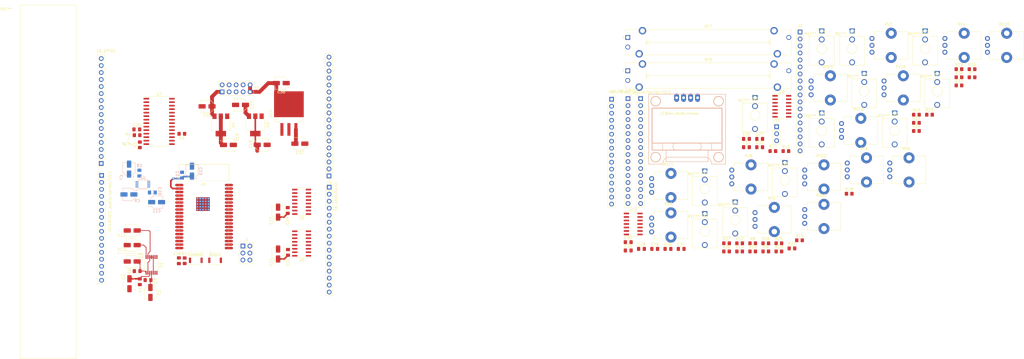
<source format=kicad_pcb>
(kicad_pcb (version 20211014) (generator pcbnew)
  (layers (0 "F.Cu" signal) (31 "B.Cu" signal) (34 "B.Paste" user) (35 "F.Paste" user) (36 "B.SilkS" user "B.Silkscreen") (37 "F.SilkS" user "F.Silkscreen") (38 "B.Mask" user) (39 "F.Mask" user) (44 "Edge.Cuts" user))
  (net 0 "")
  (net 1 "GNDREF")
  (net 2 "+3V3")
  (net 3 "+5V")
  (net 4 "Net-(C5-Pad1)")
  (net 5 "Net-(C9-Pad1)")
  (net 6 "Net-(C10-Pad1)")
  (net 7 "rightout")
  (net 8 "leftout")
  (net 9 "lrck")
  (net 10 "bck")
  (net 11 "din")
  (net 12 "dout")
  (net 13 "rightin")
  (net 14 "leftin")
  (net 15 "Net-(C12-Pad1)")
  (net 16 "Net-(C13-Pad1)")
  (net 17 "button1")
  (net 18 "button0")
  (net 19 "button2")
  (net 20 "sd_SCK")
  (net 21 "gateO")
  (net 22 "sd_SS")
  (net 24 "sd_MOSI")
  (net 25 "sd_MISO")
  (net 26 "spi_SS2")
  (net 27 "spi_SS")
  (net 28 "spi_CLK")
  (net 29 "spi_MISO")
  (net 30 "i2c_SDA")
  (net 31 "i2c_SCL")
  (net 32 "spi_MOSI")
  (net 33 "EN")
  (net 34 "BOOT")
  (net 35 "RX")
  (net 36 "TX")
  (net 37 "a0")
  (net 38 "a1")
  (net 39 "a2")
  (net 40 "a6")
  (net 41 "a7")
  (net 42 "a3")
  (net 43 "a4")
  (net 44 "a5")
  (net 45 "a7_")
  (net 46 "a6_")
  (net 47 "a5_")
  (net 48 "a4_")
  (net 49 "a3_")
  (net 50 "a2_")
  (net 51 "a1_")
  (net 52 "a0_")
  (net 53 "3.3vCB")
  (net 54 "gndCB")
  (net 55 "a7CB")
  (net 56 "a6CB")
  (net 57 "a5CB")
  (net 58 "a4CB")
  (net 59 "a3CB")
  (net 60 "a2CB")
  (net 61 "a1CB")
  (net 62 "a0CB")
  (net 71 "leftinCB")
  (net 72 "rightinCB")
  (net 73 "leftoutCB")
  (net 74 "rightoutCB")
  (net 75 "CBi2c_SCL")
  (net 76 "CBi2c_SDA")
  (net 77 "CB-12V")
  (net 78 "5vCB")
  (net 79 "a7_CB")
  (net 80 "a6_CB")
  (net 81 "a5_CB")
  (net 82 "a4_CB")
  (net 83 "a3_CB")
  (net 84 "a2_CB")
  (net 85 "a1_CB")
  (net 86 "a0_CB")
  (net 87 "Net-(R3-Pad2)")
  (net 88 "Net-(C26-Pad1)")
  (net 89 "Net-(C27-Pad1)")
  (net 90 "Net-(C28-Pad1)")
  (net 91 "Net-(C29-Pad1)")
  (net 92 "Net-(C31-Pad1)")
  (net 94 "Net-(C32-Pad1)")
  (net 96 "Net-(C33-Pad1)")
  (net 97 "Net-(C34-Pad1)")
  (net 98 "Net-(R7-Pad1)")
  (net 100 "Net-(R9-Pad1)")
  (net 102 "Net-(R11-Pad1)")
  (net 103 "Net-(R13-Pad1)")
  (net 104 "Net-(J22-PadT)")
  (net 105 "Net-(R19-Pad1)")
  (net 106 "Net-(R21-Pad1)")
  (net 107 "Net-(R23-Pad1)")
  (net 108 "Net-(R25-Pad1)")
  (net 109 "CB-5V")
  (net 110 "+12V")
  (net 111 "CB+12V")
  (net 116 "TXCB")
  (net 117 "RXCB")
  (net 118 "Net-(J19-PadT)")
  (net 119 "Net-(J20-PadT)")
  (net 120 "Net-(J21-PadT)")
  (net 121 "Net-(J23-PadT)")
  (net 122 "Net-(J24-PadT)")
  (net 123 "Net-(J25-PadT)")
  (net 124 "Net-(J26-PadT)")
  (net 125 "-12V")
  (net 126 "-5V")
  (net 127 "gpb7")
  (net 128 "gpb6")
  (net 129 "gpb5")
  (net 130 "gpb4")
  (net 131 "gpb3")
  (net 132 "gpb2")
  (net 133 "gpb1")
  (net 134 "gpb0")
  (net 135 "Net-(16_GPIO1-Pad9)")
  (net 136 "Net-(16_GPIO1-Pad10)")
  (net 137 "Net-(16_GPIO1-Pad11)")
  (net 138 "Net-(16_GPIO1-Pad12)")
  (net 139 "Net-(16_GPIO1-Pad13)")
  (net 140 "Net-(16_GPIO1-Pad14)")
  (net 141 "Net-(16_GPIO1-Pad15)")
  (net 142 "Net-(16_GPIO1-Pad16)")
  (net 143 "CBgpb7")
  (net 144 "CBgpb6")
  (net 145 "CBgpb5")
  (net 146 "CBgpb4")
  (net 147 "CBgpb3")
  (net 148 "CBgpb2")
  (net 149 "CBgpb1")
  (net 150 "CBgpb0")
  (net 151 "CBgpa0")
  (net 152 "CBgpa1")
  (net 153 "CBgpa2")
  (net 154 "CBgpa3")
  (net 155 "CBgpa4")
  (net 156 "CBgpa5")
  (net 157 "CBgpa6")
  (net 158 "CBgpa7")
  (net 159 "CB-5v")
  (footprint "Connector_PinHeader_2.54mm:PinHeader_1x03_P2.54mm_Vertical" (layer "F.Cu") (at 376.465 58.835)
    (fp_text reference "J11")
    (fp_text value "Conn_01x03_Female")
  )
  (footprint "Resistor_SMD:R_0805_2012Metric_Pad1.20x1.40mm_HandSolder" (layer "F.Cu") (at 144.175 61.9)
    (fp_text reference "R4")
    (fp_text value "4.7k" hide)
  )
  (footprint "Capacitor_SMD:CP_Elec_4x5.3" (layer "F.Cu") (at 189.613 65.413)
    (fp_text reference "C18")
    (fp_text value "CP1")
  )
  (footprint "Capacitor_SMD:C_0805_2012Metric_Pad1.18x1.45mm_HandSolder" (layer "F.Cu") (at 370.305 63.255)
    (fp_text reference "C27")
    (fp_text value "10n")
  )
  (footprint "Capacitor_SMD:C_0805_2012Metric_Pad1.18x1.45mm_HandSolder" (layer "F.Cu") (at 370.305 66.265)
    (fp_text reference "C32")
    (fp_text value "10n")
  )
  (footprint "Capacitor_SMD:CP_Elec_4x5.3" (layer "F.Cu") (at 203.2875 64.9875 180)
    (fp_text reference "C37")
    (fp_text value "CP1")
  )
  (footprint "Resistor_SMD:R_0805_2012Metric_Pad1.20x1.40mm_HandSolder" (layer "F.Cu") (at 442.685 40.875)
    (fp_text reference "R30")
    (fp_text value "100k")
  )
  (footprint "Resistor_SMD:R_0805_2012Metric_Pad1.20x1.40mm_HandSolder" (layer "F.Cu") (at 161.45 107.505 -90)
    (fp_text reference "R1")
    (fp_text value "10k")
  )
  (footprint "Capacitor_SMD:C_0805_2012Metric_Pad1.18x1.45mm_HandSolder" (layer "F.Cu") (at 144.075 59.8)
    (fp_text reference "C25")
    (fp_text value "C")
  )
  (footprint "Capacitor_SMD:C_0805_2012Metric_Pad1.18x1.45mm_HandSolder" (layer "F.Cu") (at 144.19375 111.275 180)
    (fp_text reference "C6")
    (fp_text value "0.1u" hide)
  )
  (footprint "Resistor_SMD:R_0805_2012Metric_Pad1.20x1.40mm_HandSolder" (layer "F.Cu") (at 384.775 100.075)
    (fp_text reference "R15")
    (fp_text value "100k")
  )
  (footprint "Capacitor_SMD:CP_Elec_4x5.3" (layer "F.Cu") (at 195.379999 105.062501 90)
    (fp_text reference "C21")
    (fp_text value "CP1")
  )
  (footprint "Resistor_SMD:R_0805_2012Metric_Pad1.20x1.40mm_HandSolder" (layer "F.Cu") (at 442.685 43.825)
    (fp_text reference "R23")
    (fp_text value "150k")
  )
  (footprint "Potentiometer_THT:Potentiometer_Alps_RK09K_Single_Vertical" (layer "F.Cu") (at 453.035 31.775)
    (fp_text reference "RV10")
    (fp_text value "10k")
  )
  (footprint "HLCNFOOT:AudioJack_3.5mm" (layer "F.Cu") (at 379.465 71.845)
    (fp_text reference "J18")
    (fp_text value "AudioJack3")
  )
  (footprint "HLCNFOOT:AudioJack_3.5mm" (layer "F.Cu") (at 403.885 24.045)
    (fp_text reference "J22")
    (fp_text value "AudioJack3")
  )
  (footprint "Connector_PinHeader_2.54mm:PinHeader_1x16_P2.54mm_Vertical" (layer "F.Cu") (at 327.075 48.625)
    (fp_text reference "INTERFACE_audio/serial/i2c2")
    (fp_text value "Conn_01x16_Female")
  )
  (footprint "Resistor_SMD:R_0805_2012Metric_Pad1.20x1.40mm_HandSolder" (layer "F.Cu") (at 402.815 83.175)
    (fp_text reference "R28")
    (fp_text value "100k")
  )
  (footprint "Resistor_SMD:R_0805_2012Metric_Pad1.20x1.40mm_HandSolder" (layer "F.Cu") (at 427.235 54.475)
    (fp_text reference "R10")
    (fp_text value "150k")
  )
  (footprint "Capacitor_SMD:C_0805_2012Metric_Pad1.18x1.45mm_HandSolder" (layer "F.Cu") (at 198.889999 89.250001 90)
    (fp_text reference "C24")
    (fp_text value "C" hide)
  )
  (footprint "Capacitor_SMD:CP_Elec_4x5.3" (layer "F.Cu") (at 142.39375 101.825 180)
    (fp_text reference "C13")
    (fp_text value "1u")
  )
  (footprint "Potentiometer_THT:Potentiometer_Alps_RK09K_Single_Vertical" (layer "F.Cu") (at 415.485 47.225)
    (fp_text reference "RV16")
    (fp_text value "10k")
  )
  (footprint "HLCNFOOT:AudioJack_3.5mm" (layer "F.Cu") (at 392.835 53.845)
    (fp_text reference "J26")
    (fp_text value "AudioJack3")
  )
  (footprint "Potentiometer_THT:Potentiometer_Alps_RK09K_Single_Vertical" (layer "F.Cu") (at 360.165 79.575)
    (fp_text reference "RV8")
    (fp_text value "R_Potentiometer")
  )
  (footprint "Resistor_SMD:R_0805_2012Metric_Pad1.20x1.40mm_HandSolder" (layer "F.Cu") (at 431.985 54.475)
    (fp_text reference "R21")
    (fp_text value "150k")
  )
  (footprint "Potentiometer_THT:Potentiometer_Alps_RK09K_Single_Vertical" (layer "F.Cu") (at 400.035 62.675)
    (fp_text reference "RV13")
    (fp_text value "10k")
  )
  (footprint "Package_TO_SOT_SMD:TO-263-3_TabPin2" (layer "F.Cu") (at 199.3125 54.0375 90)
    (fp_text reference "U11")
    (fp_text value "L7905")
  )
  (footprint "Potentiometer_THT:Potentiometer_Alps_RK09K_Single_Vertical" (layer "F.Cu") (at 411.085 31.775)
    (fp_text reference "RV2")
    (fp_text value "R_Potentiometer")
  )
  (footprint "Potentiometer_THT:Potentiometer_Alps_RK09K_Single_Vertical" (layer "F.Cu") (at 331.075 82.675)
    (fp_text reference "RV14")
    (fp_text value "10k")
  )
  (footprint "Package_TO_SOT_SMD:SOT-223-3_TabPin2" (layer "F.Cu") (at 174.5875 58.188 -90)
    (fp_text reference "U4")
    (fp_text value "LM1117-5.0")
  )
  (footprint "Connector_PinHeader_2.54mm:PinHeader_1x16_P2.54mm_Vertical" (layer "F.Cu") (at 131.275 76.5)
    (fp_text reference "INTERFACE_audio/serial/i2c1")
    (fp_text value "Conn_01x16_Female" hide)
  )
  (footprint "HLCNFOOT:AudioJack_3.5mm" (layer "F.Cu") (at 419.335 53.845)
    (fp_text reference "J10")
    (fp_text value "AudioJack3")
  )
  (footprint "HLCNFOOT:AudioJack_3.5mm" (layer "F.Cu") (at 350.375 90.395)
    (fp_text reference "J25")
    (fp_text value "AudioJack3")
  )
  (footprint "Resistor_SMD:R_0805_2012Metric_Pad1.20x1.40mm_HandSolder" (layer "F.Cu") (at 427.235 60.375)
    (fp_text reference "R24")
    (fp_text value "150k")
  )
  (footprint "Potentiometer_THT:Potentiometer_Alps_RK09K_Single_Vertical" (layer "F.Cu") (at 386.665 93.925)
    (fp_text reference "RV11")
    (fp_text value "10k")
  )
  (footprint "Capacitor_SMD:CP_Elec_4x5.3" (layer "F.Cu") (at 142.39375 107.775 180)
    (fp_text reference "C5")
    (fp_text value "10u" hide)
  )
  (footprint "Button_Switch_SMD:SW_Push_SPST_NO_Alps_SKRK" (layer "F.Cu") (at 165.5 107.355)
    (fp_text reference "Enable1")
    (fp_text value "SW_Push" hide)
  )
  (footprint "Package_SO:SOIC-16_3.9x9.9mm_P1.27mm" (layer "F.Cu") (at 203.929999 86.100001 180)
    (fp_text reference "U5")
    (fp_text value "MCP3208")
  )
  (footprint "HLCNFOOT:SSD1306" (layer "F.Cu") (at 343.946 57.825)
    (fp_text reference "J16")
    (fp_text value "Conn_01x04_Female")
  )
  (footprint "HLCNFOOT:AudioJack_3.5mm" (layer "F.Cu") (at 430.385 24.045)
    (fp_text reference "J12")
    (fp_text value "AudioJack3")
  )
  (footprint "Capacitor_SMD:C_0805_2012Metric_Pad1.18x1.45mm_HandSolder" (layer "F.Cu") (at 145.15625 115.125 -90)
    (fp_text reference "C4")
    (fp_text value "0.1u" hide)
  )
  (footprint "Potentiometer_THT:Potentiometer_Alps_RK09K_Single_Vertical" (layer "F.Cu") (at 437.585 31.775)
    (fp_text reference "RV4")
    (fp_text value "R_Potentiometer")
  )
  (footprint "Connector_PinSocket_2.54mm:PinSocket_1x16_P2.54mm_Vertical" (layer "F.Cu") (at 131.15 72.175 180)
    (fp_text reference "16_GPIO1")
    (fp_text value "Conn_01x16_Female" hide)
  )
  (footprint "Capacitor_SMD:C_0805_2012Metric_Pad1.18x1.45mm_HandSolder" (layer "F.Cu") (at 365.495 66.265)
    (fp_text reference "C34")
    (fp_text value "10n")
  )
  (footprint "Resistor_SMD:R_0805_2012Metric_Pad1.20x1.40mm_HandSolder" (layer "F.Cu") (at 363.025 101.175)
    (fp_text reference "R12")
    (fp_text value "150k")
  )
  (footprint "Capacitor_SMD:CP_Elec_4x5.3" (layer "F.Cu") (at 149.00625 119.025 -90)
    (fp_text reference "C1")
    (fp_text value "10u" hide)
  )
  (footprint "Capacitor_SMD:C_0805_2012Metric_Pad1.18x1.45mm_HandSolder" (layer "F.Cu") (at 336.985 103.205)
    (fp_text reference "C26")
    (fp_text value "10n")
  )
  (footprint "Connector_PinSocket_2.54mm:PinSocket_1x16_P2.54mm_Vertical" (layer "F.Cu") (at 322.475 48.625)
    (fp_text reference "16_GPIO2")
    (fp_text value "Conn_01x16_Female")
  )
  (footprint "HLCNFOOT:4hpPanel" (layer "F.Cu") (at 101.725 14.65)
    (fp_text reference "REF**")
    (fp_text value "4hpPanel")
  )
  (footprint "Connector_PinHeader_2.54mm:PinHeader_2x03_P2.54mm_Vertical" (layer "F.Cu") (at 182.6 102.175)
    (fp_text reference "J1")
    (fp_text value "Conn_02x03_Odd_Even")
  )
  (footprint "Resistor_SMD:R_0805_2012Metric_Pad1.20x1.40mm_HandSolder" (layer "F.Cu") (at 367.775 101.175)
    (fp_text reference "R8")
    (fp_text value "150k")
  )
  (footprint "Resistor_SMD:R_0805_2012Metric_Pad1.20x1.40mm_HandSolder" (layer "F.Cu") (at 160.425 61.4 180)
    (fp_text reference "R3")
    (fp_text value "10k")
  )
  (footprint "Connector_PinHeader_2.54mm:PinHeader_2x05_P2.54mm_Vertical" (layer "F.Cu") (at 175.063 46.163 90)
    (fp_text reference "J3")
    (fp_text value "Conn_02x05_Odd_Even" hide)
  )
  (footprint "HLCNFOOT:AudioJack_3.5mm" (layer "F.Cu") (at 392.835 24.045)
    (fp_text reference "J23")
    (fp_text value "AudioJack3")
  )
  (footprint "Capacitor_SMD:C_0805_2012Metric_Pad1.18x1.45mm_HandSolder" (layer "F.Cu") (at 159.35 107.505 -90)
    (fp_text reference "C20")
    (fp_text value "0.1u")
  )
  (footprint "Resistor_SMD:R_0805_2012Metric_Pad1.20x1.40mm_HandSolder" (layer "F.Cu") (at 377.275 104.125)
    (fp_text reference "R18")
    (fp_text value "100k")
  )
  (footprint "Resistor_SMD:R_0805_2012Metric_Pad1.20x1.40mm_HandSolder" (layer "F.Cu") (at 375.085 67.685)
    (fp_text reference "R17")
    (fp_text value "100k")
  )
  (footprint "Resistor_SMD:R_0805_2012Metric_Pad1.20x1.40mm_HandSolder" (layer "F.Cu") (at 372.525 101.175)
    (fp_text reference "R26")
    (fp_text value "150k")
  )
  (footprint "Resistor_SMD:R_0805_2012Metric_Pad1.20x1.40mm_HandSolder" (layer "F.Cu") (at 442.685 37.925)
    (fp_text reference "R29")
    (fp_text value "100k")
  )
  (footprint "Capacitor_SMD:CP_Elec_4x5.3" (layer "F.Cu") (at 177.3375 65.438)
    (fp_text reference "C19")
    (fp_text value "CP1")
  )
  (footprint "Capacitor_SMD:CP_Elec_4x5.3" (layer "F.Cu") (at 195.379999 89.852001 90)
    (fp_text reference "C23")
    (fp_text value "CP1" hide)
  )
  (footprint "Capacitor_SMD:CP_Elec_4x5.3" (layer "F.Cu") (at 181.7375 50.9005 180)
    (fp_text reference "C17")
    (fp_text value "CP1")
  )
  (footprint "Potentiometer_THT:Potentiometer_Alps_RK09K_Single_Vertical" (layer "F.Cu") (at 331.075 97.025)
    (fp_text reference "RV3")
    (fp_text value "R_Potentiometer")
  )
  (footprint "Potentiometer_THT:Potentiometer_Alps_RK09K_Single_Vertical" (layer "F.Cu") (at 417.565 77.025)
    (fp_text reference "RV6")
    (fp_text value "R_Potentiometer")
  )
  (footprint "Capacitor_SMD:C_0805_2012Metric_Pad1.18x1.45mm_HandSolder" (layer "F.Cu") (at 322.555 103.775)
    (fp_text reference "C33")
    (fp_text value "10n")
  )
  (footprint "Potentiometer_THT:Potentiometer_Alps_RK09K_Single_Vertical" (layer "F.Cu") (at 368.625 95.025)
    (fp_text reference "RV1")
    (fp_text value "R_Potentiometer")
  )
  (footprint "Resistor_SMD:R_0805_2012Metric_Pad1.20x1.40mm_HandSolder" (layer "F.Cu") (at 145.175 65.4 90)
    (fp_text reference "R2")
    (fp_text value "4.7k" hide)
  )
  (footprint "Capacitor_SMD:C_0805_2012Metric_Pad1.18x1.45mm_HandSolder" (layer "F.Cu") (at 332.175 103.205)
    (fp_text reference "C29")
    (fp_text value "10n")
  )
  (footprint "Connector_PinHeader_2.54mm:PinHeader_1x18_P2.54mm_Vertical" (layer "F.Cu") (at 384.985 24.425)
    (fp_text reference "J2")
    (fp_text value "Conn_01x18_Female")
  )
  (footprint "HLCNFOOT:AudioJack_3.5mm" (layer "F.Cu") (at 350.375 74.945)
    (fp_text reference "J21")
    (fp_text value "AudioJack3")
  )
  (footprint "Resistor_SMD:R_0805_2012Metric_Pad1.20x1.40mm_HandSolder" (layer "F.Cu") (at 379.835 67.685)
    (fp_text reference "R11")
    (fp_text value "150k")
  )
  (footprint "Package_SO:TSSOP-14_4.4x5mm_P0.65mm" (layer "F.Cu") (at 149.40625 109.025 90)
    (fp_text reference "U1")
    (fp_text value "PCM1808PWR" hide)
  )
  (footprint "Connector_PinHeader_2.54mm:PinHeader_1x18_P2.54mm_Vertical" (layer "F.Cu") (at 213.875 76.7 180)
    (fp_text reference "J4")
    (fp_text value "Conn_01x18_Female" hide)
  )
  (footprint "Capacitor_SMD:C_0805_2012Metric_Pad1.18x1.45mm_HandSolder" (layer "F.Cu") (at 365.495 63.255)
    (fp_text reference "C30")
    (fp_text value "C")
  )
  (footprint "Button_Switch_SMD:SW_Push_SPST_NO_Alps_SKRK" (layer "F.Cu") (at 172.5 107.355)
    (fp_text reference "Boot1")
    (fp_text value "SW_Push" hide)
  )
  (footprint "Resistor_SMD:R_0805_2012Metric_Pad1.20x1.40mm_HandSolder" (layer "F.Cu") (at 358.275 101.175)
    (fp_text reference "R27")
    (fp_text value "100k")
  )
  (footprint "HLCNFOOT:ESP32-WROVER" (layer "F.Cu") (at 168.5 79.105)
    (fp_text reference "A1")
    (fp_text value "ESP32-WROVER-I" hide)
  )
  (footprint "Resistor_SMD:R_0805_2012Metric_Pad1.20x1.40mm_HandSolder" (layer "F.Cu") (at 358.275 104.125)
    (fp_text reference "R20")
    (fp_text value "150k")
  )
  (footprint "HLCNFOOT:AudioJack_3.5mm" (layer "F.Cu") (at 361.425 86.195)
    (fp_text reference "J24")
    (fp_text value "AudioJack3")
  )
  (footprint "Resistor_SMD:R_0805_2012Metric_Pad1.20x1.40mm_HandSolder" (layer "F.Cu") (at 377.275 101.175)
    (fp_text reference "R25")
    (fp_text value "150k")
  )
  (footprint "Package_SO:SOIC-16_3.9x9.9mm_P1.27mm" (layer "F.Cu") (at 203.929999 101.250001 180)
    (fp_text reference "U6")
    (fp_text value "MCP3208")
  )
  (footprint "Capacitor_SMD:CP_Elec_4x5.3" (layer "F.Cu") (at 169.5875 51.438 180)
    (fp_text reference "C16")
    (fp_text value "CP1")
  )
  (footprint "Capacitor_SMD:C_0805_2012Metric_Pad1.18x1.45mm_HandSolder" (layer "F.Cu") (at 322.555 100.765)
    (fp_text reference "C35")
    (fp_text value "C")
  )
  (footprint "Capacitor_SMD:C_0805_2012Metric_Pad1.18x1.45mm_HandSolder" (layer "F.Cu") (at 327.365 103.205)
    (fp_text reference "C28")
    (fp_text value "10n")
  )
  (footprint "Package_SO:SOIC-28W_7.5x17.9mm_P1.27mm" (layer "F.Cu") (at 152.175 56.9)
    (fp_text reference "U7")
    (fp_text value "MCP23017_SP")
  )
  (footprint "Potentiometer_THT:Potentiometer_Alps_RK09K_Single_Vertical" (layer "F.Cu") (at 386.665 79.575)
    (fp_text reference "RV12")
    (fp_text value "10k")
  )
  (footprint "Resistor_SMD:R_0805_2012Metric_Pad1.20x1.40mm_HandSolder" (layer "F.Cu") (at 447.435 40.875)
    (fp_text reference "R7")
    (fp_text value "150k")
  )
  (footprint "Potentiometer_THT:Potentiometer_Bourns_PTA4543_Single_Slide" (layer "F.Cu") (at 322.385 38.5)
    (fp_text reference "RV5")
    (fp_text value "R_Potentiometer")
  )
  (footprint "Capacitor_SMD:C_0805_2012Metric_Pad1.18x1.45mm_HandSolder" (layer "F.Cu") (at 341.795 103.205)
    (fp_text reference "C31")
    (fp_text value "10n")
  )
  (footprint "Capacitor_SMD:CP_Elec_4x5.3" (layer "F.Cu") (at 141.40625 115.8625 -90)
    (fp_text reference "C2")
    (fp_text value "10u" hide)
  )
  (footprint "Potentiometer_THT:Potentiometer_Alps_RK09K_Single_Vertical" (layer "F.Cu") (at 402.115 77.025)
    (fp_text reference "RV9")
    (fp_text value "10k")
  )
  (footprint "Capacitor_SMD:C_0805_2012Metric_Pad1.18x1.45mm_HandSolder" (layer "F.Cu") (at 148.14375 114.525 180)
    (fp_text reference "C3")
    (fp_text value "0.1u" hide)
  )
  (footprint "Potentiometer_THT:Potentiometer_Alps_RK09K_Single_Vertical" (layer "F.Cu") (at 388.985 47.225)
    (fp_text reference "RV15")
    (fp_text value "10k")
  )
  (footprint "Capacitor_SMD:CP_Elec_4x5.3" (layer "F.Cu") (at 196.5375 42.9875 180)
    (fp_text reference "C36")
    (fp_text value "CP1")
  )
  (footprint "Package_SO:SOIC-14_3.9x8.7mm_P1.27mm" (layer "F.Cu") (at 378.365 51.405)
    (fp_text reference "U8")
    (fp_text value "MCP6004")
  )
  (footprint "Package_TO_SOT_SMD:SOT-223-3_TabPin2" (layer "F.Cu") (at 187.113 58.163 -90)
    (fp_text reference "U3")
    (fp_text value "LM1117-3.3")
  )
  (footprint "Resistor_SMD:R_0805_2012Metric_Pad1.20x1.40mm_HandSolder" (layer "F.Cu") (at 427.235 57.425)
    (fp_text reference "R13")
    (fp_text value "150k")
  )
  (footprint "Connector_PinSocket_2.54mm:PinSocket_1x16_P2.54mm_Vertical" (layer "F.Cu") (at 316.525 48.85)
    (fp_text reference "J15")
    (fp_text value "to ADC")
  )
  (footprint "Resistor_SMD:R_0805_2012Metric_Pad1.20x1.40mm_HandSolder" (layer "F.Cu") (at 382.025 103.025)
    (fp_text reference "R22")
    (fp_text value "150k")
  )
  (footprint "Resistor_SMD:R_0805_2012Metric_Pad1.20x1.40mm_HandSolder" (layer "F.Cu") (at 447.435 37.925)
    (fp_text reference "R16")
    (fp_text value "100k")
  )
  (footprint "Resistor_SMD:R_0805_2012Metric_Pad1.20x1.40mm_HandSolder" (layer "F.Cu") (at 367.775 104.125)
    (fp_text reference "R19")
    (fp_text value "150k")
  )
  (footprint "HLCNFOOT:AudioJack_3.5mm" (layer "F.Cu") (at 368.615 48.245)
    (fp_text reference "J20")
    (fp_text value "AudioJack3")
  )
  (footprint "Capacitor_SMD:C_0805_2012Metric_Pad1.18x1.45mm_HandSolder" (layer "F.Cu") (at 198.979999 104.462501 90)
    (fp_text reference "C22")
    (fp_text value "C")
  )
  (footprint "Resistor_SMD:R_0805_2012Metric_Pad1.20x1.40mm_HandSolder" (layer "F.Cu") (at 372.525 104.125)
    (fp_text reference "R9")
    (fp_text value "150k")
  )
  (footprint "Package_SO:SOIC-14_3.9x8.7mm_P1.27mm" (layer "F.Cu") (at 324.375 94.155)
    (fp_text reference "U10")
    (fp_text value "MCP6004")
  )
  (footprint "Potentiometer_THT:Potentiometer_Bourns_PTA4543_Single_Slide" (layer "F.Cu") (at 322.385 26.4)
    (fp_text reference "RV7")
    (fp_text value "R_Potentiometer")
  )
  (footprint "HLCNFOOT:AudioJack_3.5mm" (layer "F.Cu") (at 408.285 39.495)
    (fp_text reference "J13")
    (fp_text value "AudioJack3")
  )
  (footprint "Resistor_SMD:R_0805_2012Metric_Pad1.20x1.40mm_HandSolder" (layer "F.Cu") (at 363.025 104.125)
    (fp_text reference "R14")
    (fp_text value "150k")
  )
  (footprint "Connector_PinSocket_2.54mm:PinSocket_1x16_P2.54mm_Vertical" (layer "F.Cu") (at 213.95 80.8)
    (fp_text reference "16_ANALOGIN1")
    (fp_text value "Conn_01x16_Female" hide)
  )
  (footprint "Capacitor_SMD:CP_Elec_4x5.3" (layer "F.Cu") (at 142.39375 96.525 180)
    (fp_text reference "C12")
    (fp_text value "1u")
  )
  (footprint "HLCNFOOT:AudioJack_3.5mm" (layer "F.Cu") (at 434.785 39.495)
    (fp_text reference "J19")
    (fp_text value "AudioJack3")
  )
  (footprint "Capacitor_SMD:CP_Elec_4x5.3" (layer "B.Cu") (at 141.255 74.22 90)
    (fp_text reference "C7")
    (fp_text value "10u")
  )
  (footprint "Capacitor_SMD:CP_Elec_4x5.3" (layer "B.Cu") (at 141.205 83.4325 180)
    (fp_text reference "C9")
    (fp_text value "10u")
  )
  (footprint "Capacitor_SMD:C_0805_2012Metric_Pad1.18x1.45mm_HandSolder" (layer "B.Cu") (at 145.005 75.6825 90)
    (fp_text reference "C8")
    (fp_text value "0.1u")
  )
  (footprint "Capacitor_SMD:C_0805_2012Metric_Pad1.18x1.45mm_HandSolder" (layer "B.Cu") (at 160.5 76.405 -90)
    (fp_text reference "C14")
    (fp_text value "C" hide)
  )
  (footprint "Package_SO:TSSOP-10_3x3mm_P0.5mm" (layer "B.Cu") (at 146.255 79.77 180)
    (fp_text reference "U2")
    (fp_text value "CS4344-CZZ" hide)
  )
  (footprint "Capacitor_SMD:CP_Elec_4x5.3" (layer "B.Cu") (at 151.255 86.22)
    (fp_text reference "C11")
    (fp_text value "10u")
  )
  (footprint "Capacitor_SMD:C_0805_2012Metric_Pad1.18x1.45mm_HandSolder" (layer "B.Cu") (at 149.7175 82.72)
    (fp_text reference "C10")
    (fp_text value "0.1u")
  )
  (footprint "Capacitor_SMD:CP_Elec_4x5.3" (layer "B.Cu") (at 164.1 74.955 90)
    (fp_text reference "C15")
    (fp_text value "CP1" hide)
  )
  (gr_line (start 142.475 65.45) (end 142.675 65.3) (layer "F.SilkS") (width 0.12))
  (gr_line (start 140.9 63.075) (end 141.1 63.275) (layer "F.SilkS") (width 0.12))
  (gr_line (start 142.675 65.3) (end 142.475 65.45) (layer "F.SilkS") (width 0.12))
  (gr_line (start 142.075 65.3) (end 142.675 65.3) (layer "F.SilkS") (width 0.12))
  (gr_line (start 136.85625 104.825) (end 146.25625 104.825) (layer "F.SilkS") (width 0.12))
  (gr_line (start 140.9 63.075) (end 140.7 63.275) (layer "F.SilkS") (width 0.12))
  (gr_line (start 140.9 63.575) (end 140.9 63.075) (layer "F.SilkS") (width 0.12))
  (gr_line (start 142.675 65.3) (end 142.475 65.1) (layer "F.SilkS") (width 0.12))
  (gr_line (start 146.25625 104.825) (end 146.25625 107.625) (layer "F.SilkS") (width 0.12))
  (gr_text "4.7k" (at 140.325 64.95 180) (layer "F.SilkS") (effects (font (size 1 1) (thickness 0.25))))
  (segment (start 150.05625 111.8875) (end 150.05625 106.1625) (width 0.25) (layer "F.Cu") (net 1))
  (segment (start 148.10625 108.15) (end 148.75625 107.5) (width 0.25) (layer "F.Cu") (net 1))
  (segment (start 148.75625 106.1625) (end 149.40625 106.1625) (width 0.25) (layer "F.Cu") (net 1))
  (segment (start 177.578 43.598) (end 177.603 43.623) (width 1.4) (layer "F.Cu") (net 1))
  (segment (start 149.40625 106.1625) (end 150.05625 106.1625) (width 0.25) (layer "F.Cu") (net 1))
  (segment (start 178.713 65.438) (end 178.488 65.438) (width 1.4) (layer "F.Cu") (net 1))
  (segment (start 148.10625 111.8875) (end 148.10625 108.15) (width 0.25) (layer "F.Cu") (net 1))
  (segment (start 148.75625 107.5) (end 148.75625 106.1625) (width 0.25) (layer "F.Cu") (net 1))
  (segment (start 149.40625 111.8875) (end 149.40625 114.3) (width 0.254) (layer "F.Cu") (net 2))
  (segment (start 156.425 80.655) (end 157.055 81.285) (width 0.6) (layer "F.Cu") (net 2))
  (segment (start 187.113 64.713) (end 187.813 65.413) (width 0.6) (layer "F.Cu") (net 2))
  (segment (start 156.425 78.48) (end 156.425 80.655) (width 0.6) (layer "F.Cu") (net 2))
  (segment (start 149.00625 114.7) (end 149.18125 114.525) (width 0.25) (layer "F.Cu") (net 2))
  (segment (start 197.617499 106.862501) (end 198.979999 105.500001) (width 0.6) (layer "F.Cu") (net 2))
  (segment (start 157.25 77.655) (end 156.425 78.48) (width 0.6) (layer "F.Cu") (net 2))
  (segment (start 157.055 81.285) (end 159.5 81.285) (width 0.6) (layer "F.Cu") (net 2))
  (segment (start 195.379999 91.652001) (end 197.525499 91.652001) (width 0.6) (layer "F.Cu") (net 2))
  (segment (start 195.379999 106.862501) (end 197.617499 106.862501) (width 0.6) (layer "F.Cu") (net 2))
  (segment (start 195.176999 91.855001) (end 195.379999 91.652001) (width 0.6) (layer "F.Cu") (net 2))
  (segment (start 149.40625 114.3) (end 149.18125 114.525) (width 0.254) (layer "F.Cu") (net 2))
  (segment (start 149.00625 117.225) (end 149.00625 114.7) (width 0.25) (layer "F.Cu") (net 2))
  (segment (start 187.813 67.588) (end 187.813 65.413) (width 1.4) (layer "F.Cu") (net 2))
  (segment (start 197.525499 91.652001) (end 198.889999 90.287501) (width 0.6) (layer "F.Cu") (net 2))
  (segment (start 187.113 61.313) (end 187.113 64.713) (width 0.6) (layer "F.Cu") (net 2))
  (segment (start 187.113 61.313) (end 187.113 55.013) (width 0.6) (layer "F.Cu") (net 2))
  (via (at 157.25 77.655) (size 0.8) (drill 0.4) (layers "F.Cu" "B.Cu") (net 2))
  (segment (start 160.95 76.9425) (end 163.8625 76.9425) (width 0.6) (layer "B.Cu") (net 2))
  (segment (start 157.25 77.655) (end 160.2875 77.655) (width 0.6) (layer "B.Cu") (net 2))
  (segment (start 163.8625 76.9425) (end 164.55 76.255) (width 0.6) (layer "B.Cu") (net 2))
  (segment (start 160.2875 77.655) (end 160.5 77.4425) (width 0.6) (layer "B.Cu") (net 2))
  (segment (start 145.15625 114.0875) (end 145.15625 114.075) (width 0.6) (layer "F.Cu") (net 3))
  (segment (start 145.14375 114.0625) (end 141.40625 114.0625) (width 0.6) (layer "F.Cu") (net 3))
  (segment (start 145.80625 113.225) (end 145.15625 113.875) (width 0.254) (layer "F.Cu") (net 3))
  (segment (start 148.40625 113.225) (end 145.80625 113.225) (width 0.254) (layer "F.Cu") (net 3))
  (segment (start 183.5375 50.9005) (end 183.5375 53.7375) (width 1.4) (layer "F.Cu") (net 3))
  (segment (start 174.5875 61.338) (end 174.5875 55.038) (width 1.4) (layer "F.Cu") (net 3))
  (segment (start 183.5375 53.7375) (end 184.813 55.013) (width 1.4) (layer "F.Cu") (net 3))
  (segment (start 174.5875 64.713) (end 174.5875 61.338) (width 1.4) (layer "F.Cu") (net 3))
  (segment (start 148.75625 112.875) (end 148.40625 113.225) (width 0.254) (layer "F.Cu") (net 3))
  (segment (start 148.75625 111.8875) (end 148.75625 112.875) (width 0.254) (layer "F.Cu") (net 3))
  (segment (start 175.3125 65.438) (end 174.5875 64.713) (width 1.4) (layer "F.Cu") (net 3))
  (segment (start 145.15625 113.875) (end 145.15625 114.0875) (width 0.254) (layer "F.Cu") (net 3))
  (segment (start 145.15625 114.075) (end 145.14375 114.0625) (width 0.6) (layer "F.Cu") (net 3))
  (segment (start 147.45625 111.775) (end 146.95625 111.275) (width 0.254) (layer "F.Cu") (net 4))
  (segment (start 145.23125 111.275) (end 145.23125 108.8125) (width 0.254) (layer "F.Cu") (net 4))
  (segment (start 145.23125 108.8125) (end 144.19375 107.775) (width 0.254) (layer "F.Cu") (net 4))
  (segment (start 146.95625 111.275) (end 145.23125 111.275) (width 0.254) (layer "F.Cu") (net 4))
  (segment (start 147.45625 111.8875) (end 147.45625 111.775) (width 0.254) (layer "F.Cu") (net 4))
  (segment (start 148.90625 104.125) (end 148.90625 96.925) (width 0.25) (layer "F.Cu") (net 15))
  (segment (start 148.10625 104.925) (end 148.90625 104.125) (width 0.25) (layer "F.Cu") (net 15))
  (segment (start 148.10625 106.1625) (end 148.10625 104.925) (width 0.25) (layer "F.Cu") (net 15))
  (segment (start 148.90625 96.925) (end 148.50625 96.525) (width 0.25) (layer "F.Cu") (net 15))
  (segment (start 148.50625 96.525) (end 144.19375 96.525) (width 0.25) (layer "F.Cu") (net 15))
  (segment (start 147.45625 102.675) (end 146.60625 101.825) (width 0.25) (layer "F.Cu") (net 16))
  (segment (start 146.60625 101.825) (end 144.19375 101.825) (width 0.25) (layer "F.Cu") (net 16))
  (segment (start 147.45625 106.1625) (end 147.45625 102.675) (width 0.25) (layer "F.Cu") (net 16))
  (segment (start 173.162 46.163) (end 171.3875 47.9375) (width 1.4) (layer "F.Cu") (net 110))
  (segment (start 171.3875 51.438) (end 171.3875 54.138) (width 1.4) (layer "F.Cu") (net 110))
  (segment (start 171.3875 47.9375) (end 171.3875 51.438) (width 1.4) (layer "F.Cu") (net 110))
  (segment (start 175.063 46.163) (end 173.162 46.163) (width 1.4) (layer "F.Cu") (net 110))
  (segment (start 171.3875 54.138) (end 172.2875 55.038) (width 1.4) (layer "F.Cu") (net 110))
  (segment (start 185.223 46.163) (end 185.223 43.623) (width 1.4) (layer "F.Cu") (net 125))
  (segment (start 188.662 46.163) (end 191.8375 42.9875) (width 1.4) (layer "F.Cu") (net 125))
  (segment (start 185.223 46.163) (end 188.662 46.163) (width 1.4) (layer "F.Cu") (net 125))
  (segment (start 194.7375 46.0875) (end 199.3125 50.6625) (width 1.4) (layer "F.Cu") (net 125))
  (segment (start 194.7375 42.9875) (end 194.7375 46.0875) (width 1.4) (layer "F.Cu") (net 125))
  (segment (start 191.8375 42.9875) (end 194.7375 42.9875) (width 1.4) (layer "F.Cu") (net 125))
  (segment (start 201.8525 64.6225) (end 201.4875 64.9875) (width 1.4) (layer "F.Cu") (net 126))
  (segment (start 201.8525 59.8125) (end 201.8525 64.6225) (width 1.4) (layer "F.Cu") (net 126))
)
</source>
